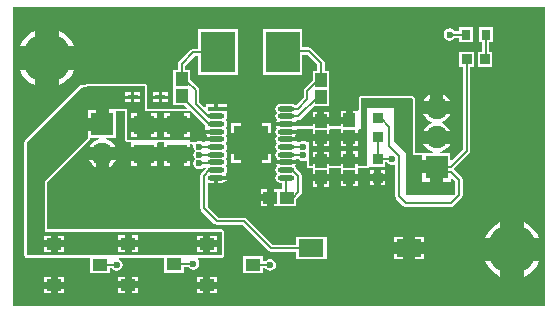
<source format=gtl>
G04*
G04 #@! TF.GenerationSoftware,Altium Limited,Altium Designer,19.1.6 (110)*
G04*
G04 Layer_Physical_Order=1*
G04 Layer_Color=255*
%FSLAX43Y43*%
%MOMM*%
G71*
G01*
G75*
%ADD11C,0.200*%
%ADD30R,1.000X1.150*%
%ADD31R,2.150X1.500*%
%ADD32R,0.850X0.400*%
%ADD33R,0.850X0.900*%
%ADD34R,0.800X0.950*%
%ADD35R,0.900X0.850*%
%ADD36R,2.960X2.960*%
%ADD37O,1.400X0.450*%
%ADD38R,1.400X0.450*%
%ADD39R,1.150X1.000*%
%ADD40R,1.800X1.650*%
%ADD41R,2.950X3.500*%
%ADD42R,1.300X1.000*%
%ADD43C,4.200*%
%ADD44R,1.900X1.900*%
%ADD45C,1.900*%
%ADD46C,0.600*%
G36*
X91645Y70155D02*
X46655D01*
Y95445D01*
X91645D01*
Y70155D01*
D02*
G37*
%LPC*%
G36*
X85600Y93775D02*
X84400D01*
Y93406D01*
X83997D01*
X83960Y93460D01*
X83795Y93571D01*
X83600Y93610D01*
X83405Y93571D01*
X83240Y93460D01*
X83129Y93295D01*
X83090Y93100D01*
X83129Y92905D01*
X83240Y92740D01*
X83405Y92629D01*
X83600Y92590D01*
X83795Y92629D01*
X83960Y92740D01*
X83997Y92794D01*
X84400D01*
Y92425D01*
X85600D01*
Y93775D01*
D02*
G37*
G36*
X50500Y93400D02*
Y92100D01*
X51800D01*
X51589Y92496D01*
X51276Y92876D01*
X50896Y93189D01*
X50500Y93400D01*
D02*
G37*
G36*
X48500D02*
X48104Y93189D01*
X47724Y92876D01*
X47411Y92496D01*
X47200Y92100D01*
X48500D01*
Y93400D01*
D02*
G37*
G36*
X65675Y93550D02*
X62325D01*
Y91906D01*
X61900D01*
X61900Y91906D01*
X61783Y91883D01*
X61684Y91816D01*
X60684Y90816D01*
X60617Y90717D01*
X60594Y90600D01*
X60594Y90600D01*
Y90075D01*
X60200D01*
Y88525D01*
Y87125D01*
X61142D01*
X61346Y86921D01*
X61298Y86804D01*
X58004D01*
Y88700D01*
X57988Y88778D01*
X57944Y88844D01*
X57878Y88888D01*
X57800Y88904D01*
X52971D01*
X52941Y88898D01*
X52912Y88895D01*
X52711Y88834D01*
X52379Y88802D01*
X52350Y88793D01*
X52321Y88787D01*
X52312Y88781D01*
X52302Y88778D01*
X52279Y88759D01*
X52254Y88743D01*
X47656Y84144D01*
X47612Y84078D01*
X47596Y84000D01*
Y74400D01*
X47612Y74322D01*
X47656Y74256D01*
X47722Y74212D01*
X47800Y74196D01*
X53175Y74196D01*
Y72924D01*
X54875D01*
Y73294D01*
X55003D01*
X55040Y73240D01*
X55205Y73129D01*
X55400Y73090D01*
X55595Y73129D01*
X55760Y73240D01*
X55871Y73405D01*
X55910Y73600D01*
X55871Y73795D01*
X55760Y73960D01*
X55595Y74071D01*
X55617Y74196D01*
X59450Y74196D01*
Y72950D01*
X61150D01*
Y73394D01*
X61503D01*
X61540Y73340D01*
X61705Y73229D01*
X61900Y73190D01*
X62095Y73229D01*
X62260Y73340D01*
X62371Y73505D01*
X62410Y73700D01*
X62371Y73895D01*
X62260Y74060D01*
X62248Y74069D01*
X62286Y74196D01*
X64300D01*
X64378Y74212D01*
X64444Y74256D01*
X64488Y74322D01*
X64504Y74400D01*
X64504Y76400D01*
X64488Y76478D01*
X64444Y76544D01*
X64378Y76588D01*
X64300Y76604D01*
X49504Y76604D01*
X49504Y80566D01*
X53094Y84156D01*
X53138Y84222D01*
X53154Y84300D01*
Y84350D01*
X53905D01*
X53913Y84223D01*
X53874Y84218D01*
X53570Y84092D01*
X53308Y83892D01*
X53108Y83630D01*
X53075Y83550D01*
X54200D01*
X55325D01*
X55292Y83630D01*
X55092Y83892D01*
X54830Y84092D01*
X54526Y84218D01*
X54487Y84223D01*
X54495Y84350D01*
X55350D01*
Y86596D01*
X56096Y86596D01*
X56096Y84200D01*
X56112Y84122D01*
X56156Y84056D01*
X56222Y84012D01*
X56300Y83996D01*
X56600Y83996D01*
Y83575D01*
X58800D01*
Y83906D01*
X58890Y83996D01*
X59400Y83996D01*
Y83575D01*
X61600D01*
Y83796D01*
X61600Y83796D01*
X61800D01*
X61904Y83669D01*
X61890Y83600D01*
X61929Y83405D01*
X62033Y83250D01*
X61929Y83095D01*
X61890Y82900D01*
X61929Y82705D01*
X62033Y82550D01*
X61929Y82395D01*
X61890Y82200D01*
X61929Y82005D01*
X62040Y81840D01*
X62205Y81729D01*
X62400Y81690D01*
X62595Y81729D01*
X62760Y81840D01*
X62801Y81900D01*
X62909Y81897D01*
X62974Y81786D01*
X62964Y81739D01*
X62584Y81359D01*
X62517Y81260D01*
X62494Y81142D01*
X62494Y81142D01*
Y78400D01*
X62494Y78400D01*
X62517Y78283D01*
X62584Y78184D01*
X63684Y77084D01*
X63783Y77017D01*
X63900Y76994D01*
X63900Y76994D01*
X66073D01*
X68269Y74798D01*
X68368Y74732D01*
X68486Y74709D01*
X70625D01*
Y74064D01*
X73175D01*
Y75964D01*
X70625D01*
Y75320D01*
X68612D01*
X66416Y77516D01*
X66317Y77583D01*
X66200Y77606D01*
X66200Y77606D01*
X64027D01*
X63106Y78527D01*
Y80503D01*
X63233Y80570D01*
X63375Y80542D01*
X63685D01*
Y80975D01*
X63850D01*
Y81140D01*
X64726D01*
X64725Y81141D01*
X64685Y81202D01*
X64640Y81300D01*
X64685Y81398D01*
X64725Y81459D01*
X64758Y81625D01*
X64725Y81791D01*
X64631Y81931D01*
Y81969D01*
X64725Y82109D01*
X64758Y82275D01*
X64725Y82441D01*
X64631Y82581D01*
Y82619D01*
X64725Y82759D01*
X64758Y82925D01*
X64725Y83091D01*
X64631Y83231D01*
Y83269D01*
X64725Y83409D01*
X64758Y83575D01*
X64725Y83741D01*
X64685Y83802D01*
X64640Y83900D01*
X64685Y83998D01*
X64725Y84059D01*
X64758Y84225D01*
X64725Y84391D01*
X64631Y84531D01*
Y84569D01*
X64725Y84709D01*
X64758Y84875D01*
X64725Y85041D01*
X64631Y85181D01*
Y85219D01*
X64725Y85359D01*
X64758Y85525D01*
X64725Y85691D01*
X64631Y85831D01*
Y85869D01*
X64725Y86009D01*
X64758Y86175D01*
X64739Y86273D01*
X64750Y86400D01*
X64750Y86400D01*
X64750Y86400D01*
Y86660D01*
X63850D01*
Y86825D01*
X63685D01*
Y87250D01*
X62950D01*
Y86974D01*
X62833Y86926D01*
X62406Y87352D01*
Y88400D01*
X62383Y88517D01*
X62316Y88616D01*
X61600Y89333D01*
Y90075D01*
X61206D01*
Y90473D01*
X62027Y91294D01*
X62325D01*
Y89650D01*
X65675D01*
Y93550D01*
D02*
G37*
G36*
X87250Y93775D02*
X86050D01*
Y92425D01*
X86344D01*
Y91650D01*
X85975D01*
Y90350D01*
X87225D01*
Y91650D01*
X86956D01*
Y92425D01*
X87250D01*
Y93775D01*
D02*
G37*
G36*
X51800Y90100D02*
X50500D01*
Y88800D01*
X50896Y89011D01*
X51276Y89324D01*
X51589Y89704D01*
X51800Y90100D01*
D02*
G37*
G36*
X48500D02*
X47200D01*
X47411Y89704D01*
X47724Y89324D01*
X48104Y89011D01*
X48500Y88800D01*
Y90100D01*
D02*
G37*
G36*
X59725Y88200D02*
X59230D01*
Y87930D01*
X59725D01*
Y88200D01*
D02*
G37*
G36*
X58970D02*
X58475D01*
Y87930D01*
X58970D01*
Y88200D01*
D02*
G37*
G36*
X83050Y88025D02*
Y87450D01*
X83625D01*
X83592Y87530D01*
X83392Y87792D01*
X83130Y87992D01*
X83050Y88025D01*
D02*
G37*
G36*
X81950Y88025D02*
X81870Y87992D01*
X81608Y87792D01*
X81408Y87530D01*
X81375Y87450D01*
X81950D01*
Y88025D01*
D02*
G37*
G36*
X59725Y87670D02*
X59230D01*
Y87400D01*
X59725D01*
Y87670D01*
D02*
G37*
G36*
X58970D02*
X58475D01*
Y87400D01*
X58970D01*
Y87670D01*
D02*
G37*
G36*
X71125Y93550D02*
X67775D01*
Y89650D01*
X71125D01*
Y91394D01*
X71573D01*
X72394Y90573D01*
Y90000D01*
X72000D01*
Y89233D01*
X71338Y88571D01*
X71272Y88471D01*
X71248Y88354D01*
X71248Y88354D01*
Y87781D01*
X70643Y87175D01*
X70531Y87131D01*
X70391Y87225D01*
X70225Y87258D01*
X69275D01*
X69109Y87225D01*
X68969Y87131D01*
X68875Y86991D01*
X68842Y86825D01*
X68875Y86659D01*
X68969Y86519D01*
Y86481D01*
X68875Y86341D01*
X68842Y86175D01*
X68875Y86009D01*
X68969Y85869D01*
Y85831D01*
X68875Y85691D01*
X68874Y85690D01*
X69750D01*
X70626D01*
X70625Y85691D01*
X70591Y85742D01*
X70659Y85869D01*
X70775D01*
X70775Y85869D01*
X70892Y85892D01*
X70991Y85959D01*
X72083Y87050D01*
X73400D01*
Y88450D01*
Y90000D01*
X73006D01*
Y90700D01*
X73006Y90700D01*
X72983Y90817D01*
X72916Y90916D01*
X71916Y91916D01*
X71817Y91983D01*
X71700Y92006D01*
X71700Y92006D01*
X71125D01*
Y93550D01*
D02*
G37*
G36*
X64750Y87250D02*
X64015D01*
Y86990D01*
X64750D01*
Y87250D01*
D02*
G37*
G36*
X74800Y86600D02*
X74400D01*
Y86125D01*
X74800D01*
Y86600D01*
D02*
G37*
G36*
X73400Y86575D02*
X73000D01*
Y86100D01*
X73400D01*
Y86575D01*
D02*
G37*
G36*
X72400D02*
X72000D01*
Y86100D01*
X72400D01*
Y86575D01*
D02*
G37*
G36*
X83625Y86350D02*
X82500D01*
X81375D01*
X81408Y86270D01*
X81608Y86008D01*
X81870Y85808D01*
X82085Y85719D01*
Y85581D01*
X81870Y85492D01*
X81608Y85292D01*
X81408Y85030D01*
X81375Y84950D01*
X82500D01*
X83625D01*
X83592Y85030D01*
X83392Y85292D01*
X83130Y85492D01*
X82915Y85581D01*
Y85719D01*
X83130Y85808D01*
X83392Y86008D01*
X83592Y86270D01*
X83625Y86350D01*
D02*
G37*
G36*
X68480Y85580D02*
X67700D01*
Y84800D01*
X68480D01*
Y85580D01*
D02*
G37*
G36*
X65900D02*
X65120D01*
Y84800D01*
X65900D01*
Y85580D01*
D02*
G37*
G36*
X85675Y91650D02*
X84425D01*
Y90350D01*
X84744D01*
Y83377D01*
X83767Y82400D01*
X83650Y82449D01*
Y83050D01*
X82795D01*
X82787Y83177D01*
X82826Y83182D01*
X83130Y83308D01*
X83392Y83508D01*
X83592Y83770D01*
X83625Y83850D01*
X82500D01*
X81375D01*
X81408Y83770D01*
X81608Y83508D01*
X81870Y83308D01*
X82174Y83182D01*
X82213Y83177D01*
X82205Y83050D01*
X81386D01*
X81328Y83088D01*
X81250Y83104D01*
X80704Y83104D01*
X80704Y84600D01*
X80704Y85592D01*
X80704Y87610D01*
X80704Y87610D01*
X80688Y87688D01*
X80644Y87754D01*
X80554Y87844D01*
X80488Y87888D01*
X80410Y87904D01*
X76100Y87904D01*
X76022Y87888D01*
X75956Y87844D01*
X75912Y87778D01*
X75896Y87700D01*
Y87249D01*
X75900Y87230D01*
Y87209D01*
X75902Y87200D01*
X75900Y87191D01*
Y87170D01*
X75896Y87151D01*
Y86675D01*
X75769Y86600D01*
X75400D01*
Y85825D01*
X75100D01*
Y85525D01*
X74400D01*
Y85329D01*
X73465D01*
X73403Y85436D01*
X73400Y85447D01*
Y85500D01*
X72700D01*
X72000D01*
Y85329D01*
X70746D01*
X70712Y85360D01*
X69750D01*
X68874D01*
X68875Y85359D01*
X68915Y85298D01*
X68960Y85200D01*
X68915Y85102D01*
X68875Y85041D01*
X68842Y84875D01*
X68875Y84709D01*
X68969Y84569D01*
Y84531D01*
X68875Y84391D01*
X68842Y84225D01*
X68875Y84059D01*
X68915Y83998D01*
X68960Y83900D01*
X68915Y83802D01*
X68875Y83741D01*
X68842Y83575D01*
X68875Y83409D01*
X68969Y83269D01*
Y83231D01*
X68875Y83091D01*
X68842Y82925D01*
X68875Y82759D01*
X68915Y82698D01*
X68960Y82600D01*
X68915Y82502D01*
X68875Y82441D01*
X68874Y82440D01*
X69750D01*
X70626D01*
X70625Y82441D01*
X70599Y82480D01*
X70667Y82607D01*
X70795D01*
X70840Y82540D01*
X71005Y82429D01*
X71200Y82390D01*
X71369Y82424D01*
X71496Y82355D01*
Y82000D01*
X71512Y81922D01*
X71556Y81856D01*
X71622Y81812D01*
X71700Y81796D01*
X72000D01*
Y81300D01*
X73400D01*
Y81796D01*
X74400D01*
Y81325D01*
X75800D01*
Y81796D01*
X76600D01*
X76678Y81812D01*
X76742Y81854D01*
X76850Y81900D01*
X76869Y81900D01*
X78150D01*
Y82294D01*
X78303D01*
X78340Y82240D01*
X78505Y82129D01*
X78700Y82090D01*
X78867Y82123D01*
X78994Y82054D01*
Y79400D01*
X78994Y79400D01*
X79017Y79283D01*
X79084Y79184D01*
X79684Y78584D01*
X79783Y78517D01*
X79900Y78494D01*
X79900Y78494D01*
X83700D01*
X83700Y78494D01*
X83817Y78517D01*
X83916Y78584D01*
X84616Y79284D01*
X84616Y79284D01*
X84683Y79383D01*
X84706Y79500D01*
X84706Y79500D01*
Y80800D01*
X84706Y80800D01*
X84683Y80917D01*
X84616Y81016D01*
X84616Y81016D01*
X83933Y81700D01*
X85266Y83034D01*
X85333Y83133D01*
X85356Y83250D01*
Y90350D01*
X85675D01*
Y91650D01*
D02*
G37*
G36*
X68480Y83000D02*
X67700D01*
Y82220D01*
X68480D01*
Y83000D01*
D02*
G37*
G36*
X65900D02*
X65120D01*
Y82220D01*
X65900D01*
Y83000D01*
D02*
G37*
G36*
X61600Y82375D02*
X61100D01*
Y81950D01*
X61600D01*
Y82375D01*
D02*
G37*
G36*
X59900D02*
X59400D01*
Y81950D01*
X59900D01*
Y82375D01*
D02*
G37*
G36*
X58800D02*
X58300D01*
Y81950D01*
X58800D01*
Y82375D01*
D02*
G37*
G36*
X57100D02*
X56600D01*
Y81950D01*
X57100D01*
Y82375D01*
D02*
G37*
G36*
X55325Y82450D02*
X54750D01*
Y81875D01*
X54830Y81908D01*
X55092Y82108D01*
X55292Y82370D01*
X55325Y82450D01*
D02*
G37*
G36*
X53650D02*
X53075D01*
X53108Y82370D01*
X53308Y82108D01*
X53570Y81908D01*
X53650Y81875D01*
Y82450D01*
D02*
G37*
G36*
X78150Y81600D02*
X77800D01*
Y81275D01*
X78150D01*
Y81600D01*
D02*
G37*
G36*
X77200D02*
X76850D01*
Y81275D01*
X77200D01*
Y81600D01*
D02*
G37*
G36*
X64726Y80810D02*
X64015D01*
Y80542D01*
X64325D01*
X64491Y80575D01*
X64631Y80669D01*
X64725Y80809D01*
X64726Y80810D01*
D02*
G37*
G36*
X78150Y80675D02*
X77800D01*
Y80350D01*
X78150D01*
Y80675D01*
D02*
G37*
G36*
X77200D02*
X76850D01*
Y80350D01*
X77200D01*
Y80675D01*
D02*
G37*
G36*
X75800Y80725D02*
X75400D01*
Y80250D01*
X75800D01*
Y80725D01*
D02*
G37*
G36*
X74800D02*
X74400D01*
Y80250D01*
X74800D01*
Y80725D01*
D02*
G37*
G36*
X73400Y80700D02*
X73000D01*
Y80225D01*
X73400D01*
Y80700D01*
D02*
G37*
G36*
X72400D02*
X72000D01*
Y80225D01*
X72400D01*
Y80700D01*
D02*
G37*
G36*
X68100Y80000D02*
X67625D01*
Y79600D01*
X68100D01*
Y80000D01*
D02*
G37*
G36*
X70626Y82110D02*
X69750D01*
X68874D01*
X68875Y82109D01*
X68969Y81969D01*
Y81931D01*
X68875Y81791D01*
X68842Y81625D01*
X68875Y81459D01*
X68969Y81319D01*
Y81281D01*
X68875Y81141D01*
X68842Y80975D01*
X68875Y80809D01*
X68969Y80669D01*
X69109Y80575D01*
X69275Y80542D01*
X69444D01*
Y80000D01*
X68700D01*
Y79300D01*
Y78600D01*
X70575D01*
Y79142D01*
X71016Y79584D01*
X71016Y79584D01*
X71083Y79683D01*
X71106Y79800D01*
Y81100D01*
X71083Y81217D01*
X71016Y81316D01*
X70646Y81686D01*
X70625Y81791D01*
X70531Y81931D01*
Y81969D01*
X70625Y82109D01*
X70626Y82110D01*
D02*
G37*
G36*
X68100Y79000D02*
X67625D01*
Y78600D01*
X68100D01*
Y79000D01*
D02*
G37*
G36*
X89900Y77200D02*
Y75900D01*
X91200D01*
X90989Y76296D01*
X90676Y76676D01*
X90296Y76989D01*
X89900Y77200D01*
D02*
G37*
G36*
X87900D02*
X87504Y76989D01*
X87124Y76676D01*
X86811Y76296D01*
X86600Y75900D01*
X87900D01*
Y77200D01*
D02*
G37*
G36*
X81425Y75964D02*
X80650D01*
Y75514D01*
X81425D01*
Y75964D01*
D02*
G37*
G36*
X79650D02*
X78875D01*
Y75514D01*
X79650D01*
Y75964D01*
D02*
G37*
G36*
X81425Y74514D02*
X80650D01*
Y74064D01*
X81425D01*
Y74514D01*
D02*
G37*
G36*
X79650D02*
X78875D01*
Y74064D01*
X79650D01*
Y74514D01*
D02*
G37*
G36*
X67775Y74324D02*
X66075D01*
Y72924D01*
X67775D01*
Y73294D01*
X68003D01*
X68040Y73240D01*
X68205Y73129D01*
X68400Y73090D01*
X68595Y73129D01*
X68760Y73240D01*
X68871Y73405D01*
X68910Y73600D01*
X68871Y73795D01*
X68760Y73960D01*
X68595Y74071D01*
X68400Y74110D01*
X68205Y74071D01*
X68040Y73960D01*
X68003Y73906D01*
X67775D01*
Y74324D01*
D02*
G37*
G36*
X91200Y73900D02*
X89900D01*
Y72600D01*
X90296Y72811D01*
X90676Y73124D01*
X90989Y73504D01*
X91200Y73900D01*
D02*
G37*
G36*
X87900D02*
X86600D01*
X86811Y73504D01*
X87124Y73124D01*
X87504Y72811D01*
X87900Y72600D01*
Y73900D01*
D02*
G37*
G36*
X57250Y72600D02*
X56700D01*
Y72200D01*
X57250D01*
Y72600D01*
D02*
G37*
G36*
X56100D02*
X55550D01*
Y72200D01*
X56100D01*
Y72600D01*
D02*
G37*
G36*
X63875Y72574D02*
X63325D01*
Y72174D01*
X63875D01*
Y72574D01*
D02*
G37*
G36*
X62725D02*
X62175D01*
Y72174D01*
X62725D01*
Y72574D01*
D02*
G37*
G36*
X50975D02*
X50425D01*
Y72174D01*
X50975D01*
Y72574D01*
D02*
G37*
G36*
X49825D02*
X49275D01*
Y72174D01*
X49825D01*
Y72574D01*
D02*
G37*
G36*
X57250Y71600D02*
X56700D01*
Y71200D01*
X57250D01*
Y71600D01*
D02*
G37*
G36*
X56100D02*
X55550D01*
Y71200D01*
X56100D01*
Y71600D01*
D02*
G37*
G36*
X63875Y71574D02*
X63325D01*
Y71174D01*
X63875D01*
Y71574D01*
D02*
G37*
G36*
X62725D02*
X62175D01*
Y71174D01*
X62725D01*
Y71574D01*
D02*
G37*
G36*
X50975D02*
X50425D01*
Y71174D01*
X50975D01*
Y71574D01*
D02*
G37*
G36*
X49825D02*
X49275D01*
Y71174D01*
X49825D01*
Y71574D01*
D02*
G37*
%LPD*%
G36*
X57800Y86600D02*
X61667D01*
X62873Y85394D01*
X62873Y85100D01*
X62873Y85100D01*
X62873D01*
X62915Y85040D01*
X63850D01*
Y84710D01*
X62974D01*
X62975Y84709D01*
X63069Y84569D01*
Y84531D01*
X62975Y84391D01*
X62974Y84390D01*
X63850D01*
Y84060D01*
X62915D01*
X62873Y84000D01*
X62701D01*
X62595Y84071D01*
X62400Y84110D01*
X62205Y84071D01*
X62099Y84000D01*
X61600D01*
Y84200D01*
X56300Y84200D01*
X56300Y86800D01*
X54750Y86800D01*
Y85500D01*
X54200D01*
Y84950D01*
X52950D01*
Y84300D01*
X49300Y80650D01*
X49300Y76400D01*
X64300Y76400D01*
X64300Y74400D01*
X47800Y74400D01*
Y84000D01*
X52399Y88599D01*
X52751Y88633D01*
X52971Y88700D01*
X57800D01*
Y86600D01*
D02*
G37*
%LPC*%
G36*
X57375Y88200D02*
X56880D01*
Y87930D01*
X57375D01*
Y88200D01*
D02*
G37*
G36*
X56620D02*
X56125D01*
Y87930D01*
X56620D01*
Y88200D01*
D02*
G37*
G36*
X57375Y87670D02*
X56880D01*
Y87400D01*
X57375D01*
Y87670D01*
D02*
G37*
G36*
X56620D02*
X56125D01*
Y87400D01*
X56620D01*
Y87670D01*
D02*
G37*
G36*
X53650Y86750D02*
X52950D01*
Y86050D01*
X53650D01*
Y86750D01*
D02*
G37*
G36*
X61600Y86450D02*
X61100D01*
Y86025D01*
X61600D01*
Y86450D01*
D02*
G37*
G36*
X59900D02*
X59400D01*
Y86025D01*
X59900D01*
Y86450D01*
D02*
G37*
G36*
X58800D02*
X58300D01*
Y86025D01*
X58800D01*
Y86450D01*
D02*
G37*
G36*
X57100D02*
X56600D01*
Y86025D01*
X57100D01*
Y86450D01*
D02*
G37*
G36*
X61600Y84825D02*
X61100D01*
Y84400D01*
X61600D01*
Y84825D01*
D02*
G37*
G36*
X59900D02*
X59400D01*
Y84400D01*
X59900D01*
Y84825D01*
D02*
G37*
G36*
X58800D02*
X58300D01*
Y84400D01*
X58800D01*
Y84825D01*
D02*
G37*
G36*
X57100D02*
X56600D01*
Y84400D01*
X57100D01*
Y84825D01*
D02*
G37*
G36*
X57250Y76100D02*
X56700D01*
Y75700D01*
X57250D01*
Y76100D01*
D02*
G37*
G36*
X56100D02*
X55550D01*
Y75700D01*
X56100D01*
Y76100D01*
D02*
G37*
G36*
X63875Y76074D02*
X63325D01*
Y75674D01*
X63875D01*
Y76074D01*
D02*
G37*
G36*
X62725D02*
X62175D01*
Y75674D01*
X62725D01*
Y76074D01*
D02*
G37*
G36*
X50975D02*
X50425D01*
Y75674D01*
X50975D01*
Y76074D01*
D02*
G37*
G36*
X49825D02*
X49275D01*
Y75674D01*
X49825D01*
Y76074D01*
D02*
G37*
G36*
X57250Y75100D02*
X56700D01*
Y74700D01*
X57250D01*
Y75100D01*
D02*
G37*
G36*
X56100D02*
X55550D01*
Y74700D01*
X56100D01*
Y75100D01*
D02*
G37*
G36*
X63875Y75074D02*
X63325D01*
Y74674D01*
X63875D01*
Y75074D01*
D02*
G37*
G36*
X62725D02*
X62175D01*
Y74674D01*
X62725D01*
Y75074D01*
D02*
G37*
G36*
X50975D02*
X50425D01*
Y74674D01*
X50975D01*
Y75074D01*
D02*
G37*
G36*
X49825D02*
X49275D01*
Y74674D01*
X49825D01*
Y75074D01*
D02*
G37*
%LPD*%
G36*
X80500Y87610D02*
X80500Y85592D01*
X80500Y84600D01*
X80500Y82900D01*
X81250Y82900D01*
Y82450D01*
X82500D01*
Y81900D01*
X83050D01*
Y80650D01*
X83750D01*
Y80851D01*
X83867Y80900D01*
X84094Y80673D01*
Y79627D01*
X83967Y79500D01*
X79900Y79500D01*
X79900Y83100D01*
X78850Y84083D01*
X78850Y86900D01*
X76600D01*
X76600Y82000D01*
X75800D01*
Y82125D01*
X74400D01*
Y82000D01*
X73400D01*
Y82100D01*
X72000D01*
Y82000D01*
X71700D01*
X71700Y82851D01*
X71710Y82900D01*
X71700Y82949D01*
X71700Y83551D01*
X71710Y83600D01*
X71700Y83649D01*
Y84000D01*
X71501D01*
X71395Y84071D01*
X71200Y84110D01*
X71005Y84071D01*
X70899Y84000D01*
X70727D01*
X70685Y84060D01*
X69750D01*
Y84390D01*
X70626D01*
X70625Y84391D01*
X70531Y84531D01*
Y84569D01*
X70625Y84709D01*
X70626Y84710D01*
X69750D01*
Y85040D01*
X70659D01*
X70710Y85125D01*
X72000D01*
Y84700D01*
X72700D01*
X73400D01*
Y84998D01*
X73465Y85125D01*
X74400D01*
Y84725D01*
X75100D01*
X75800D01*
Y84998D01*
X75896Y85125D01*
X76100D01*
X76100Y87151D01*
X76110Y87200D01*
X76100Y87249D01*
Y87700D01*
X80410Y87700D01*
X80500Y87610D01*
D02*
G37*
%LPC*%
G36*
X75800Y84125D02*
X75400D01*
Y83650D01*
X75800D01*
Y84125D01*
D02*
G37*
G36*
X74800D02*
X74400D01*
Y83650D01*
X74800D01*
Y84125D01*
D02*
G37*
G36*
X73400Y84100D02*
X73000D01*
Y83625D01*
X73400D01*
Y84100D01*
D02*
G37*
G36*
X72400D02*
X72000D01*
Y83625D01*
X72400D01*
Y84100D01*
D02*
G37*
G36*
X75800Y83200D02*
X75400D01*
Y82725D01*
X75800D01*
Y83200D01*
D02*
G37*
G36*
X74800D02*
X74400D01*
Y82725D01*
X74800D01*
Y83200D01*
D02*
G37*
G36*
X73400Y83175D02*
X73000D01*
Y82700D01*
X73400D01*
Y83175D01*
D02*
G37*
G36*
X72400D02*
X72000D01*
Y82700D01*
X72400D01*
Y83175D01*
D02*
G37*
G36*
X81950Y81350D02*
X81250D01*
Y80650D01*
X81950D01*
Y81350D01*
D02*
G37*
%LPD*%
D11*
X85050Y83250D02*
Y91000D01*
X83700Y81900D02*
X85050Y83250D01*
X82500Y81900D02*
X83700D01*
X84400Y79500D02*
Y80800D01*
X83700Y78800D02*
X84400Y79500D01*
X79900Y78800D02*
X83700D01*
Y81500D02*
X84400Y80800D01*
X82900Y81500D02*
X83700D01*
X82500Y81900D02*
X82900Y81500D01*
X79300Y79400D02*
X79900Y78800D01*
X79300Y79400D02*
Y82849D01*
X77500Y86000D02*
X77800D01*
X78500Y85300D01*
Y83649D02*
Y85300D01*
Y83649D02*
X79300Y82849D01*
X62400Y82900D02*
X62412Y82912D01*
X62400Y83600D02*
X62412Y83588D01*
X63838D01*
X62412Y82912D02*
X63838D01*
X71188D02*
X71200Y82900D01*
X69762Y83588D02*
X71188D01*
X71200Y83600D01*
X69762Y82912D02*
X71188D01*
X63127Y85573D02*
X63802D01*
X60900Y87800D02*
X63127Y85573D01*
X60900Y89300D02*
Y90600D01*
Y89200D02*
Y89300D01*
Y89200D02*
X61300D01*
X63103Y86223D02*
X63802D01*
X62100Y87226D02*
X63103Y86223D01*
X62100Y87226D02*
Y88400D01*
X71554Y87654D02*
Y88354D01*
X70725Y86825D02*
X71554Y87654D01*
X69750Y86825D02*
X70725D01*
X61300Y89200D02*
X62100Y88400D01*
X63802Y85573D02*
X63850Y85525D01*
X63802Y86223D02*
X63850Y86175D01*
X63258Y81600D02*
X63875D01*
X63900Y77300D02*
X66200D01*
X62800Y78400D02*
X63900Y77300D01*
X62800Y78400D02*
Y81142D01*
X68486Y75014D02*
X71900D01*
X66200Y77300D02*
X68486Y75014D01*
X77500Y82600D02*
X78700D01*
X62400Y82200D02*
X62438Y82238D01*
X63812D01*
X69750Y79450D02*
X69900Y79300D01*
X69750Y81625D02*
X70275D01*
X70800Y81100D01*
Y79800D02*
Y81100D01*
X69900Y79300D02*
X70300D01*
X70800Y79800D01*
X62800Y81142D02*
X63258Y81600D01*
X72425Y87825D02*
X72700D01*
X70775Y86175D02*
X72425Y87825D01*
X69750Y86175D02*
X70775D01*
X72425Y89225D02*
X72700D01*
X71554Y88354D02*
X72425Y89225D01*
X72700D02*
Y90700D01*
X71700Y91700D02*
X72700Y90700D01*
X69550Y91700D02*
X71700D01*
X69450Y91600D02*
X69550Y91700D01*
X60900Y90600D02*
X61900Y91600D01*
X64000D01*
X83600Y93100D02*
X85000D01*
X86650Y91050D02*
Y93100D01*
X60450Y73700D02*
X61900D01*
X60400Y73650D02*
X60450Y73700D01*
X69750Y79450D02*
Y80975D01*
X77500Y82600D02*
Y84450D01*
Y82525D02*
Y82600D01*
X69750Y80975D02*
X70125D01*
X54025Y73624D02*
X54049Y73600D01*
X55400D01*
X66925Y73624D02*
X66949Y73600D01*
X68400D01*
D30*
X72700Y89225D02*
D03*
Y87825D02*
D03*
X75100Y81025D02*
D03*
Y82425D02*
D03*
X72700Y85800D02*
D03*
Y84400D02*
D03*
X75100Y85825D02*
D03*
Y84425D02*
D03*
X72700Y81000D02*
D03*
Y82400D02*
D03*
X60900Y87900D02*
D03*
Y89300D02*
D03*
D31*
X80150Y75014D02*
D03*
X71900D02*
D03*
D32*
X56750Y87800D02*
D03*
X59100D02*
D03*
D33*
X86600Y91000D02*
D03*
X85050D02*
D03*
D34*
X85000Y93100D02*
D03*
X86650D02*
D03*
D35*
X77500Y80975D02*
D03*
Y82525D02*
D03*
Y84450D02*
D03*
Y86000D02*
D03*
D36*
X66800Y83900D02*
D03*
D37*
X69750Y80975D02*
D03*
Y81625D02*
D03*
Y82275D02*
D03*
Y82925D02*
D03*
Y83575D02*
D03*
Y84225D02*
D03*
Y84875D02*
D03*
Y85525D02*
D03*
Y86175D02*
D03*
Y86825D02*
D03*
X63850Y80975D02*
D03*
Y81625D02*
D03*
Y82275D02*
D03*
Y82925D02*
D03*
Y83575D02*
D03*
Y84225D02*
D03*
Y84875D02*
D03*
Y85525D02*
D03*
Y86175D02*
D03*
D38*
Y86825D02*
D03*
D39*
X68400Y79300D02*
D03*
X69800D02*
D03*
D40*
X60500Y85425D02*
D03*
Y82975D02*
D03*
X57700Y85425D02*
D03*
Y82975D02*
D03*
D41*
X64000Y91600D02*
D03*
X69450D02*
D03*
D42*
X54025Y73624D02*
D03*
X50125Y71874D02*
D03*
Y75374D02*
D03*
X66925Y73624D02*
D03*
X63025Y71874D02*
D03*
Y75374D02*
D03*
X60300Y73650D02*
D03*
X56400Y71900D02*
D03*
Y75400D02*
D03*
D43*
X88900Y74900D02*
D03*
X49500Y91100D02*
D03*
D44*
X82500Y81900D02*
D03*
X54200Y85500D02*
D03*
D45*
X82500Y84400D02*
D03*
Y86900D02*
D03*
X54200Y83000D02*
D03*
D46*
X62400Y82900D02*
D03*
Y83600D02*
D03*
X65900Y83900D02*
D03*
X66800D02*
D03*
X67700Y84900D02*
D03*
X66800D02*
D03*
X65900D02*
D03*
X67700Y83000D02*
D03*
X66800D02*
D03*
X65900D02*
D03*
X67700Y84000D02*
D03*
X71200Y82900D02*
D03*
X62400Y82200D02*
D03*
X83600Y93100D02*
D03*
X74800Y87200D02*
D03*
X74000D02*
D03*
Y88000D02*
D03*
X74800D02*
D03*
X75600Y87200D02*
D03*
X79300Y73700D02*
D03*
X78500D02*
D03*
Y74600D02*
D03*
Y75400D02*
D03*
Y76200D02*
D03*
X79300D02*
D03*
X57900Y72200D02*
D03*
X58900D02*
D03*
Y71300D02*
D03*
X57900D02*
D03*
X67000Y77900D02*
D03*
X68800D02*
D03*
X67900D02*
D03*
X67000Y78700D02*
D03*
Y79500D02*
D03*
X59000Y81700D02*
D03*
X59900D02*
D03*
X60900Y82600D02*
D03*
X60100D02*
D03*
X60800Y81700D02*
D03*
X58100D02*
D03*
X61900Y73700D02*
D03*
X65500Y81100D02*
D03*
X67300D02*
D03*
Y81900D02*
D03*
X66400Y81100D02*
D03*
Y81900D02*
D03*
X65500D02*
D03*
X68100D02*
D03*
Y81100D02*
D03*
X75600Y88000D02*
D03*
X59100Y82600D02*
D03*
Y83400D02*
D03*
X78700Y82600D02*
D03*
X76300Y80500D02*
D03*
Y81400D02*
D03*
X73900Y80500D02*
D03*
Y81400D02*
D03*
X71500D02*
D03*
Y80500D02*
D03*
Y79700D02*
D03*
X75100D02*
D03*
X78700Y81300D02*
D03*
X72400Y79700D02*
D03*
X74200D02*
D03*
X73300D02*
D03*
X77800D02*
D03*
X78700Y80500D02*
D03*
X56300Y83400D02*
D03*
Y82600D02*
D03*
X61700Y81700D02*
D03*
X57100Y89400D02*
D03*
X57900D02*
D03*
X60100Y83400D02*
D03*
X60900D02*
D03*
X57300Y82600D02*
D03*
Y83400D02*
D03*
X58100D02*
D03*
Y82600D02*
D03*
X56300Y81700D02*
D03*
X58700Y89400D02*
D03*
X59500Y88600D02*
D03*
Y89400D02*
D03*
X51600Y71300D02*
D03*
X52600D02*
D03*
Y72200D02*
D03*
X51600D02*
D03*
X64500Y71300D02*
D03*
X65500D02*
D03*
Y72200D02*
D03*
X64500D02*
D03*
X71200Y83600D02*
D03*
X73900Y86300D02*
D03*
X68100Y85900D02*
D03*
X66400D02*
D03*
X67300D02*
D03*
X65500D02*
D03*
X57200Y81700D02*
D03*
X78700Y79700D02*
D03*
X76900D02*
D03*
X76000D02*
D03*
X68400Y73600D02*
D03*
X55400D02*
D03*
M02*

</source>
